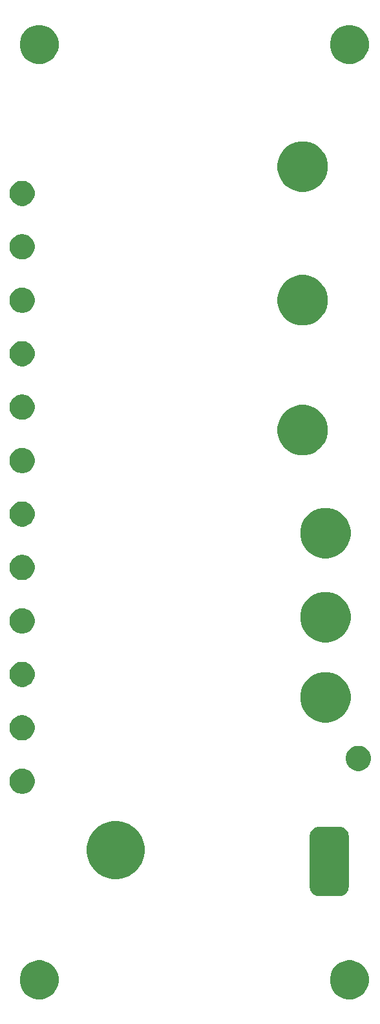
<source format=gbr>
G04 #@! TF.GenerationSoftware,KiCad,Pcbnew,(5.1.2)-1*
G04 #@! TF.CreationDate,2019-05-24T12:58:06-07:00*
G04 #@! TF.ProjectId,panel,70616e65-6c2e-46b6-9963-61645f706362,rev?*
G04 #@! TF.SameCoordinates,Original*
G04 #@! TF.FileFunction,Soldermask,Bot*
G04 #@! TF.FilePolarity,Negative*
%FSLAX46Y46*%
G04 Gerber Fmt 4.6, Leading zero omitted, Abs format (unit mm)*
G04 Created by KiCad (PCBNEW (5.1.2)-1) date 2019-05-24 12:58:06*
%MOMM*%
%LPD*%
G04 APERTURE LIST*
%ADD10C,0.100000*%
G04 APERTURE END LIST*
D10*
G36*
X108884098Y-183047033D02*
G01*
X109348350Y-183239332D01*
X109348352Y-183239333D01*
X109766168Y-183518509D01*
X110121491Y-183873832D01*
X110400667Y-184291648D01*
X110400668Y-184291650D01*
X110592967Y-184755902D01*
X110691000Y-185248747D01*
X110691000Y-185751253D01*
X110592967Y-186244098D01*
X110400668Y-186708350D01*
X110400667Y-186708352D01*
X110121491Y-187126168D01*
X109766168Y-187481491D01*
X109348352Y-187760667D01*
X109348351Y-187760668D01*
X109348350Y-187760668D01*
X108884098Y-187952967D01*
X108391253Y-188051000D01*
X107888747Y-188051000D01*
X107395902Y-187952967D01*
X106931650Y-187760668D01*
X106931649Y-187760668D01*
X106931648Y-187760667D01*
X106513832Y-187481491D01*
X106158509Y-187126168D01*
X105879333Y-186708352D01*
X105879332Y-186708350D01*
X105687033Y-186244098D01*
X105589000Y-185751253D01*
X105589000Y-185248747D01*
X105687033Y-184755902D01*
X105879332Y-184291650D01*
X105879333Y-184291648D01*
X106158509Y-183873832D01*
X106513832Y-183518509D01*
X106931648Y-183239333D01*
X106931650Y-183239332D01*
X107395902Y-183047033D01*
X107888747Y-182949000D01*
X108391253Y-182949000D01*
X108884098Y-183047033D01*
X108884098Y-183047033D01*
G37*
G36*
X68244098Y-183047033D02*
G01*
X68708350Y-183239332D01*
X68708352Y-183239333D01*
X69126168Y-183518509D01*
X69481491Y-183873832D01*
X69760667Y-184291648D01*
X69760668Y-184291650D01*
X69952967Y-184755902D01*
X70051000Y-185248747D01*
X70051000Y-185751253D01*
X69952967Y-186244098D01*
X69760668Y-186708350D01*
X69760667Y-186708352D01*
X69481491Y-187126168D01*
X69126168Y-187481491D01*
X68708352Y-187760667D01*
X68708351Y-187760668D01*
X68708350Y-187760668D01*
X68244098Y-187952967D01*
X67751253Y-188051000D01*
X67248747Y-188051000D01*
X66755902Y-187952967D01*
X66291650Y-187760668D01*
X66291649Y-187760668D01*
X66291648Y-187760667D01*
X65873832Y-187481491D01*
X65518509Y-187126168D01*
X65239333Y-186708352D01*
X65239332Y-186708350D01*
X65047033Y-186244098D01*
X64949000Y-185751253D01*
X64949000Y-185248747D01*
X65047033Y-184755902D01*
X65239332Y-184291650D01*
X65239333Y-184291648D01*
X65518509Y-183873832D01*
X65873832Y-183518509D01*
X66291648Y-183239333D01*
X66291650Y-183239332D01*
X66755902Y-183047033D01*
X67248747Y-182949000D01*
X67751253Y-182949000D01*
X68244098Y-183047033D01*
X68244098Y-183047033D01*
G37*
G36*
X107074525Y-165472900D02*
G01*
X107301966Y-165541894D01*
X107511570Y-165653929D01*
X107695293Y-165804707D01*
X107846071Y-165988430D01*
X107958106Y-166198034D01*
X108027100Y-166425475D01*
X108051000Y-166668140D01*
X108051000Y-173331860D01*
X108027100Y-173574525D01*
X107958106Y-173801966D01*
X107846071Y-174011570D01*
X107695293Y-174195293D01*
X107511570Y-174346071D01*
X107301966Y-174458106D01*
X107074525Y-174527100D01*
X106831860Y-174551000D01*
X104168140Y-174551000D01*
X103925475Y-174527100D01*
X103698034Y-174458106D01*
X103488430Y-174346071D01*
X103304707Y-174195293D01*
X103153929Y-174011570D01*
X103041894Y-173801966D01*
X102972900Y-173574525D01*
X102949000Y-173331860D01*
X102949000Y-166668140D01*
X102972900Y-166425475D01*
X103041894Y-166198034D01*
X103153929Y-165988430D01*
X103304707Y-165804707D01*
X103488430Y-165653929D01*
X103698034Y-165541894D01*
X103925475Y-165472900D01*
X104168140Y-165449000D01*
X106831860Y-165449000D01*
X107074525Y-165472900D01*
X107074525Y-165472900D01*
G37*
G36*
X78608710Y-164845070D02*
G01*
X79300447Y-165131597D01*
X79300448Y-165131598D01*
X79922996Y-165547571D01*
X80452429Y-166077004D01*
X80558925Y-166236387D01*
X80868403Y-166699553D01*
X81154930Y-167391290D01*
X81301000Y-168125633D01*
X81301000Y-168874367D01*
X81154930Y-169608710D01*
X80868403Y-170300447D01*
X80868402Y-170300448D01*
X80452429Y-170922996D01*
X79922996Y-171452429D01*
X79507022Y-171730374D01*
X79300447Y-171868403D01*
X78608710Y-172154930D01*
X77874367Y-172301000D01*
X77125633Y-172301000D01*
X76391290Y-172154930D01*
X75699553Y-171868403D01*
X75492978Y-171730374D01*
X75077004Y-171452429D01*
X74547571Y-170922996D01*
X74131598Y-170300448D01*
X74131597Y-170300447D01*
X73845070Y-169608710D01*
X73699000Y-168874367D01*
X73699000Y-168125633D01*
X73845070Y-167391290D01*
X74131597Y-166699553D01*
X74441075Y-166236387D01*
X74547571Y-166077004D01*
X75077004Y-165547571D01*
X75699552Y-165131598D01*
X75699553Y-165131597D01*
X76391290Y-164845070D01*
X77125633Y-164699000D01*
X77874367Y-164699000D01*
X78608710Y-164845070D01*
X78608710Y-164845070D01*
G37*
G36*
X65625256Y-157891298D02*
G01*
X65731579Y-157912447D01*
X66032042Y-158036903D01*
X66302451Y-158217585D01*
X66532415Y-158447549D01*
X66713097Y-158717958D01*
X66837553Y-159018421D01*
X66901000Y-159337391D01*
X66901000Y-159662609D01*
X66837553Y-159981579D01*
X66713097Y-160282042D01*
X66532415Y-160552451D01*
X66302451Y-160782415D01*
X66032042Y-160963097D01*
X65731579Y-161087553D01*
X65625256Y-161108702D01*
X65412611Y-161151000D01*
X65087389Y-161151000D01*
X64874744Y-161108702D01*
X64768421Y-161087553D01*
X64467958Y-160963097D01*
X64197549Y-160782415D01*
X63967585Y-160552451D01*
X63786903Y-160282042D01*
X63662447Y-159981579D01*
X63599000Y-159662609D01*
X63599000Y-159337391D01*
X63662447Y-159018421D01*
X63786903Y-158717958D01*
X63967585Y-158447549D01*
X64197549Y-158217585D01*
X64467958Y-158036903D01*
X64768421Y-157912447D01*
X64874744Y-157891298D01*
X65087389Y-157849000D01*
X65412611Y-157849000D01*
X65625256Y-157891298D01*
X65625256Y-157891298D01*
G37*
G36*
X109675256Y-154891298D02*
G01*
X109781579Y-154912447D01*
X110082042Y-155036903D01*
X110352451Y-155217585D01*
X110582415Y-155447549D01*
X110763097Y-155717958D01*
X110887553Y-156018421D01*
X110951000Y-156337391D01*
X110951000Y-156662609D01*
X110887553Y-156981579D01*
X110763097Y-157282042D01*
X110582415Y-157552451D01*
X110352451Y-157782415D01*
X110082042Y-157963097D01*
X109781579Y-158087553D01*
X109675256Y-158108702D01*
X109462611Y-158151000D01*
X109137389Y-158151000D01*
X108924744Y-158108702D01*
X108818421Y-158087553D01*
X108517958Y-157963097D01*
X108247549Y-157782415D01*
X108017585Y-157552451D01*
X107836903Y-157282042D01*
X107712447Y-156981579D01*
X107649000Y-156662609D01*
X107649000Y-156337391D01*
X107712447Y-156018421D01*
X107836903Y-155717958D01*
X108017585Y-155447549D01*
X108247549Y-155217585D01*
X108517958Y-155036903D01*
X108818421Y-154912447D01*
X108924744Y-154891298D01*
X109137389Y-154849000D01*
X109462611Y-154849000D01*
X109675256Y-154891298D01*
X109675256Y-154891298D01*
G37*
G36*
X65625256Y-150891298D02*
G01*
X65731579Y-150912447D01*
X66032042Y-151036903D01*
X66302451Y-151217585D01*
X66532415Y-151447549D01*
X66713097Y-151717958D01*
X66837553Y-152018421D01*
X66901000Y-152337391D01*
X66901000Y-152662609D01*
X66837553Y-152981579D01*
X66713097Y-153282042D01*
X66532415Y-153552451D01*
X66302451Y-153782415D01*
X66032042Y-153963097D01*
X65731579Y-154087553D01*
X65625256Y-154108702D01*
X65412611Y-154151000D01*
X65087389Y-154151000D01*
X64874744Y-154108702D01*
X64768421Y-154087553D01*
X64467958Y-153963097D01*
X64197549Y-153782415D01*
X63967585Y-153552451D01*
X63786903Y-153282042D01*
X63662447Y-152981579D01*
X63599000Y-152662609D01*
X63599000Y-152337391D01*
X63662447Y-152018421D01*
X63786903Y-151717958D01*
X63967585Y-151447549D01*
X64197549Y-151217585D01*
X64467958Y-151036903D01*
X64768421Y-150912447D01*
X64874744Y-150891298D01*
X65087389Y-150849000D01*
X65412611Y-150849000D01*
X65625256Y-150891298D01*
X65625256Y-150891298D01*
G37*
G36*
X105962865Y-145325855D02*
G01*
X106563608Y-145574691D01*
X106563610Y-145574692D01*
X107104265Y-145935946D01*
X107564054Y-146395735D01*
X107925308Y-146936390D01*
X107925309Y-146936392D01*
X108174145Y-147537135D01*
X108301000Y-148174879D01*
X108301000Y-148825121D01*
X108174145Y-149462865D01*
X107925309Y-150063608D01*
X107925308Y-150063610D01*
X107564054Y-150604265D01*
X107104265Y-151064054D01*
X106563610Y-151425308D01*
X106563609Y-151425309D01*
X106563608Y-151425309D01*
X105962865Y-151674145D01*
X105325121Y-151801000D01*
X104674879Y-151801000D01*
X104037135Y-151674145D01*
X103436392Y-151425309D01*
X103436391Y-151425309D01*
X103436390Y-151425308D01*
X102895735Y-151064054D01*
X102435946Y-150604265D01*
X102074692Y-150063610D01*
X102074691Y-150063608D01*
X101825855Y-149462865D01*
X101699000Y-148825121D01*
X101699000Y-148174879D01*
X101825855Y-147537135D01*
X102074691Y-146936392D01*
X102074692Y-146936390D01*
X102435946Y-146395735D01*
X102895735Y-145935946D01*
X103436390Y-145574692D01*
X103436392Y-145574691D01*
X104037135Y-145325855D01*
X104674879Y-145199000D01*
X105325121Y-145199000D01*
X105962865Y-145325855D01*
X105962865Y-145325855D01*
G37*
G36*
X65625256Y-143891298D02*
G01*
X65731579Y-143912447D01*
X66032042Y-144036903D01*
X66302451Y-144217585D01*
X66532415Y-144447549D01*
X66532416Y-144447551D01*
X66713098Y-144717960D01*
X66837553Y-145018422D01*
X66898706Y-145325855D01*
X66901000Y-145337391D01*
X66901000Y-145662609D01*
X66837553Y-145981579D01*
X66713097Y-146282042D01*
X66532415Y-146552451D01*
X66302451Y-146782415D01*
X66032042Y-146963097D01*
X65731579Y-147087553D01*
X65625256Y-147108702D01*
X65412611Y-147151000D01*
X65087389Y-147151000D01*
X64874744Y-147108702D01*
X64768421Y-147087553D01*
X64467958Y-146963097D01*
X64197549Y-146782415D01*
X63967585Y-146552451D01*
X63786903Y-146282042D01*
X63662447Y-145981579D01*
X63599000Y-145662609D01*
X63599000Y-145337391D01*
X63601295Y-145325855D01*
X63662447Y-145018422D01*
X63786902Y-144717960D01*
X63967584Y-144447551D01*
X63967585Y-144447549D01*
X64197549Y-144217585D01*
X64467958Y-144036903D01*
X64768421Y-143912447D01*
X64874744Y-143891298D01*
X65087389Y-143849000D01*
X65412611Y-143849000D01*
X65625256Y-143891298D01*
X65625256Y-143891298D01*
G37*
G36*
X105962865Y-134825855D02*
G01*
X106563608Y-135074691D01*
X106563610Y-135074692D01*
X107104265Y-135435946D01*
X107564054Y-135895735D01*
X107925308Y-136436390D01*
X107925309Y-136436392D01*
X108174145Y-137037135D01*
X108301000Y-137674879D01*
X108301000Y-138325121D01*
X108174145Y-138962865D01*
X107929931Y-139552449D01*
X107925308Y-139563610D01*
X107564054Y-140104265D01*
X107104265Y-140564054D01*
X106563610Y-140925308D01*
X106563609Y-140925309D01*
X106563608Y-140925309D01*
X105962865Y-141174145D01*
X105325121Y-141301000D01*
X104674879Y-141301000D01*
X104037135Y-141174145D01*
X103436392Y-140925309D01*
X103436391Y-140925309D01*
X103436390Y-140925308D01*
X102895735Y-140564054D01*
X102435946Y-140104265D01*
X102074692Y-139563610D01*
X102070069Y-139552449D01*
X101825855Y-138962865D01*
X101699000Y-138325121D01*
X101699000Y-137674879D01*
X101825855Y-137037135D01*
X102074691Y-136436392D01*
X102074692Y-136436390D01*
X102435946Y-135895735D01*
X102895735Y-135435946D01*
X103436390Y-135074692D01*
X103436392Y-135074691D01*
X104037135Y-134825855D01*
X104674879Y-134699000D01*
X105325121Y-134699000D01*
X105962865Y-134825855D01*
X105962865Y-134825855D01*
G37*
G36*
X65625256Y-136891298D02*
G01*
X65731579Y-136912447D01*
X66032042Y-137036903D01*
X66302451Y-137217585D01*
X66532415Y-137447549D01*
X66532416Y-137447551D01*
X66713098Y-137717960D01*
X66837553Y-138018422D01*
X66898560Y-138325121D01*
X66901000Y-138337391D01*
X66901000Y-138662609D01*
X66837553Y-138981579D01*
X66713097Y-139282042D01*
X66532415Y-139552451D01*
X66302451Y-139782415D01*
X66032042Y-139963097D01*
X65731579Y-140087553D01*
X65647567Y-140104264D01*
X65412611Y-140151000D01*
X65087389Y-140151000D01*
X64852433Y-140104264D01*
X64768421Y-140087553D01*
X64467958Y-139963097D01*
X64197549Y-139782415D01*
X63967585Y-139552451D01*
X63786903Y-139282042D01*
X63662447Y-138981579D01*
X63599000Y-138662609D01*
X63599000Y-138337391D01*
X63601441Y-138325121D01*
X63662447Y-138018422D01*
X63786902Y-137717960D01*
X63967584Y-137447551D01*
X63967585Y-137447549D01*
X64197549Y-137217585D01*
X64467958Y-137036903D01*
X64768421Y-136912447D01*
X64874744Y-136891298D01*
X65087389Y-136849000D01*
X65412611Y-136849000D01*
X65625256Y-136891298D01*
X65625256Y-136891298D01*
G37*
G36*
X65625256Y-129891298D02*
G01*
X65731579Y-129912447D01*
X66032042Y-130036903D01*
X66302451Y-130217585D01*
X66532415Y-130447549D01*
X66713097Y-130717958D01*
X66837553Y-131018421D01*
X66901000Y-131337391D01*
X66901000Y-131662609D01*
X66837553Y-131981579D01*
X66713097Y-132282042D01*
X66532415Y-132552451D01*
X66302451Y-132782415D01*
X66032042Y-132963097D01*
X65731579Y-133087553D01*
X65625256Y-133108702D01*
X65412611Y-133151000D01*
X65087389Y-133151000D01*
X64874744Y-133108702D01*
X64768421Y-133087553D01*
X64467958Y-132963097D01*
X64197549Y-132782415D01*
X63967585Y-132552451D01*
X63786903Y-132282042D01*
X63662447Y-131981579D01*
X63599000Y-131662609D01*
X63599000Y-131337391D01*
X63662447Y-131018421D01*
X63786903Y-130717958D01*
X63967585Y-130447549D01*
X64197549Y-130217585D01*
X64467958Y-130036903D01*
X64768421Y-129912447D01*
X64874744Y-129891298D01*
X65087389Y-129849000D01*
X65412611Y-129849000D01*
X65625256Y-129891298D01*
X65625256Y-129891298D01*
G37*
G36*
X105962865Y-123825855D02*
G01*
X106563608Y-124074691D01*
X106563610Y-124074692D01*
X107104265Y-124435946D01*
X107564054Y-124895735D01*
X107822176Y-125282042D01*
X107925309Y-125436392D01*
X108174145Y-126037135D01*
X108301000Y-126674879D01*
X108301000Y-127325121D01*
X108174145Y-127962865D01*
X107925309Y-128563608D01*
X107925308Y-128563610D01*
X107564054Y-129104265D01*
X107104265Y-129564054D01*
X106563610Y-129925308D01*
X106563609Y-129925309D01*
X106563608Y-129925309D01*
X105962865Y-130174145D01*
X105325121Y-130301000D01*
X104674879Y-130301000D01*
X104037135Y-130174145D01*
X103436392Y-129925309D01*
X103436391Y-129925309D01*
X103436390Y-129925308D01*
X102895735Y-129564054D01*
X102435946Y-129104265D01*
X102074692Y-128563610D01*
X102074691Y-128563608D01*
X101825855Y-127962865D01*
X101699000Y-127325121D01*
X101699000Y-126674879D01*
X101825855Y-126037135D01*
X102074691Y-125436392D01*
X102177824Y-125282042D01*
X102435946Y-124895735D01*
X102895735Y-124435946D01*
X103436390Y-124074692D01*
X103436392Y-124074691D01*
X104037135Y-123825855D01*
X104674879Y-123699000D01*
X105325121Y-123699000D01*
X105962865Y-123825855D01*
X105962865Y-123825855D01*
G37*
G36*
X65625256Y-122891298D02*
G01*
X65731579Y-122912447D01*
X66032042Y-123036903D01*
X66302451Y-123217585D01*
X66532415Y-123447549D01*
X66713097Y-123717958D01*
X66837553Y-124018421D01*
X66901000Y-124337391D01*
X66901000Y-124662609D01*
X66837553Y-124981579D01*
X66713097Y-125282042D01*
X66532415Y-125552451D01*
X66302451Y-125782415D01*
X66032042Y-125963097D01*
X65731579Y-126087553D01*
X65625256Y-126108702D01*
X65412611Y-126151000D01*
X65087389Y-126151000D01*
X64874744Y-126108702D01*
X64768421Y-126087553D01*
X64467958Y-125963097D01*
X64197549Y-125782415D01*
X63967585Y-125552451D01*
X63786903Y-125282042D01*
X63662447Y-124981579D01*
X63599000Y-124662609D01*
X63599000Y-124337391D01*
X63662447Y-124018421D01*
X63786903Y-123717958D01*
X63967585Y-123447549D01*
X64197549Y-123217585D01*
X64467958Y-123036903D01*
X64768421Y-122912447D01*
X64874744Y-122891298D01*
X65087389Y-122849000D01*
X65412611Y-122849000D01*
X65625256Y-122891298D01*
X65625256Y-122891298D01*
G37*
G36*
X65625256Y-115891298D02*
G01*
X65731579Y-115912447D01*
X66032042Y-116036903D01*
X66302451Y-116217585D01*
X66532415Y-116447549D01*
X66713097Y-116717958D01*
X66837553Y-117018421D01*
X66901000Y-117337391D01*
X66901000Y-117662609D01*
X66837553Y-117981579D01*
X66713097Y-118282042D01*
X66532415Y-118552451D01*
X66302451Y-118782415D01*
X66032042Y-118963097D01*
X65731579Y-119087553D01*
X65625256Y-119108702D01*
X65412611Y-119151000D01*
X65087389Y-119151000D01*
X64874744Y-119108702D01*
X64768421Y-119087553D01*
X64467958Y-118963097D01*
X64197549Y-118782415D01*
X63967585Y-118552451D01*
X63786903Y-118282042D01*
X63662447Y-117981579D01*
X63599000Y-117662609D01*
X63599000Y-117337391D01*
X63662447Y-117018421D01*
X63786903Y-116717958D01*
X63967585Y-116447549D01*
X64197549Y-116217585D01*
X64467958Y-116036903D01*
X64768421Y-115912447D01*
X64874744Y-115891298D01*
X65087389Y-115849000D01*
X65412611Y-115849000D01*
X65625256Y-115891298D01*
X65625256Y-115891298D01*
G37*
G36*
X102962865Y-110325855D02*
G01*
X103563608Y-110574691D01*
X103563610Y-110574692D01*
X104104265Y-110935946D01*
X104564054Y-111395735D01*
X104925308Y-111936390D01*
X104925309Y-111936392D01*
X105174145Y-112537135D01*
X105301000Y-113174879D01*
X105301000Y-113825121D01*
X105174145Y-114462865D01*
X104925309Y-115063608D01*
X104925308Y-115063610D01*
X104564054Y-115604265D01*
X104104265Y-116064054D01*
X103563610Y-116425308D01*
X103563609Y-116425309D01*
X103563608Y-116425309D01*
X102962865Y-116674145D01*
X102325121Y-116801000D01*
X101674879Y-116801000D01*
X101037135Y-116674145D01*
X100436392Y-116425309D01*
X100436391Y-116425309D01*
X100436390Y-116425308D01*
X99895735Y-116064054D01*
X99435946Y-115604265D01*
X99074692Y-115063610D01*
X99074691Y-115063608D01*
X98825855Y-114462865D01*
X98699000Y-113825121D01*
X98699000Y-113174879D01*
X98825855Y-112537135D01*
X99074691Y-111936392D01*
X99074692Y-111936390D01*
X99435946Y-111395735D01*
X99895735Y-110935946D01*
X100436390Y-110574692D01*
X100436392Y-110574691D01*
X101037135Y-110325855D01*
X101674879Y-110199000D01*
X102325121Y-110199000D01*
X102962865Y-110325855D01*
X102962865Y-110325855D01*
G37*
G36*
X65625256Y-108891298D02*
G01*
X65731579Y-108912447D01*
X66032042Y-109036903D01*
X66302451Y-109217585D01*
X66532415Y-109447549D01*
X66532416Y-109447551D01*
X66713098Y-109717960D01*
X66837553Y-110018422D01*
X66898706Y-110325855D01*
X66901000Y-110337391D01*
X66901000Y-110662609D01*
X66837553Y-110981579D01*
X66713097Y-111282042D01*
X66532415Y-111552451D01*
X66302451Y-111782415D01*
X66032042Y-111963097D01*
X65731579Y-112087553D01*
X65625256Y-112108702D01*
X65412611Y-112151000D01*
X65087389Y-112151000D01*
X64874744Y-112108702D01*
X64768421Y-112087553D01*
X64467958Y-111963097D01*
X64197549Y-111782415D01*
X63967585Y-111552451D01*
X63786903Y-111282042D01*
X63662447Y-110981579D01*
X63599000Y-110662609D01*
X63599000Y-110337391D01*
X63601295Y-110325855D01*
X63662447Y-110018422D01*
X63786902Y-109717960D01*
X63967584Y-109447551D01*
X63967585Y-109447549D01*
X64197549Y-109217585D01*
X64467958Y-109036903D01*
X64768421Y-108912447D01*
X64874744Y-108891298D01*
X65087389Y-108849000D01*
X65412611Y-108849000D01*
X65625256Y-108891298D01*
X65625256Y-108891298D01*
G37*
G36*
X65625256Y-101891298D02*
G01*
X65731579Y-101912447D01*
X66032042Y-102036903D01*
X66302451Y-102217585D01*
X66532415Y-102447549D01*
X66713097Y-102717958D01*
X66837553Y-103018421D01*
X66901000Y-103337391D01*
X66901000Y-103662609D01*
X66837553Y-103981579D01*
X66713097Y-104282042D01*
X66532415Y-104552451D01*
X66302451Y-104782415D01*
X66032042Y-104963097D01*
X65731579Y-105087553D01*
X65625256Y-105108702D01*
X65412611Y-105151000D01*
X65087389Y-105151000D01*
X64874744Y-105108702D01*
X64768421Y-105087553D01*
X64467958Y-104963097D01*
X64197549Y-104782415D01*
X63967585Y-104552451D01*
X63786903Y-104282042D01*
X63662447Y-103981579D01*
X63599000Y-103662609D01*
X63599000Y-103337391D01*
X63662447Y-103018421D01*
X63786903Y-102717958D01*
X63967585Y-102447549D01*
X64197549Y-102217585D01*
X64467958Y-102036903D01*
X64768421Y-101912447D01*
X64874744Y-101891298D01*
X65087389Y-101849000D01*
X65412611Y-101849000D01*
X65625256Y-101891298D01*
X65625256Y-101891298D01*
G37*
G36*
X102962865Y-93325855D02*
G01*
X103563608Y-93574691D01*
X103563610Y-93574692D01*
X104104265Y-93935946D01*
X104564054Y-94395735D01*
X104925308Y-94936390D01*
X104925309Y-94936392D01*
X105174145Y-95537135D01*
X105301000Y-96174879D01*
X105301000Y-96825121D01*
X105174145Y-97462865D01*
X104925309Y-98063608D01*
X104925308Y-98063610D01*
X104564054Y-98604265D01*
X104104265Y-99064054D01*
X103563610Y-99425308D01*
X103563609Y-99425309D01*
X103563608Y-99425309D01*
X102962865Y-99674145D01*
X102325121Y-99801000D01*
X101674879Y-99801000D01*
X101037135Y-99674145D01*
X100436392Y-99425309D01*
X100436391Y-99425309D01*
X100436390Y-99425308D01*
X99895735Y-99064054D01*
X99435946Y-98604265D01*
X99074692Y-98063610D01*
X99074691Y-98063608D01*
X98825855Y-97462865D01*
X98699000Y-96825121D01*
X98699000Y-96174879D01*
X98825855Y-95537135D01*
X99074691Y-94936392D01*
X99074692Y-94936390D01*
X99435946Y-94395735D01*
X99895735Y-93935946D01*
X100436390Y-93574692D01*
X100436392Y-93574691D01*
X101037135Y-93325855D01*
X101674879Y-93199000D01*
X102325121Y-93199000D01*
X102962865Y-93325855D01*
X102962865Y-93325855D01*
G37*
G36*
X65625256Y-94891298D02*
G01*
X65731579Y-94912447D01*
X66032042Y-95036903D01*
X66302451Y-95217585D01*
X66532415Y-95447549D01*
X66713097Y-95717958D01*
X66837553Y-96018421D01*
X66901000Y-96337391D01*
X66901000Y-96662609D01*
X66837553Y-96981579D01*
X66713097Y-97282042D01*
X66532415Y-97552451D01*
X66302451Y-97782415D01*
X66032042Y-97963097D01*
X65731579Y-98087553D01*
X65625256Y-98108702D01*
X65412611Y-98151000D01*
X65087389Y-98151000D01*
X64874744Y-98108702D01*
X64768421Y-98087553D01*
X64467958Y-97963097D01*
X64197549Y-97782415D01*
X63967585Y-97552451D01*
X63786903Y-97282042D01*
X63662447Y-96981579D01*
X63599000Y-96662609D01*
X63599000Y-96337391D01*
X63662447Y-96018421D01*
X63786903Y-95717958D01*
X63967585Y-95447549D01*
X64197549Y-95217585D01*
X64467958Y-95036903D01*
X64768421Y-94912447D01*
X64874744Y-94891298D01*
X65087389Y-94849000D01*
X65412611Y-94849000D01*
X65625256Y-94891298D01*
X65625256Y-94891298D01*
G37*
G36*
X65625256Y-87891298D02*
G01*
X65731579Y-87912447D01*
X66032042Y-88036903D01*
X66302451Y-88217585D01*
X66532415Y-88447549D01*
X66713097Y-88717958D01*
X66837553Y-89018421D01*
X66901000Y-89337391D01*
X66901000Y-89662609D01*
X66837553Y-89981579D01*
X66713097Y-90282042D01*
X66532415Y-90552451D01*
X66302451Y-90782415D01*
X66032042Y-90963097D01*
X65731579Y-91087553D01*
X65625256Y-91108702D01*
X65412611Y-91151000D01*
X65087389Y-91151000D01*
X64874744Y-91108702D01*
X64768421Y-91087553D01*
X64467958Y-90963097D01*
X64197549Y-90782415D01*
X63967585Y-90552451D01*
X63786903Y-90282042D01*
X63662447Y-89981579D01*
X63599000Y-89662609D01*
X63599000Y-89337391D01*
X63662447Y-89018421D01*
X63786903Y-88717958D01*
X63967585Y-88447549D01*
X64197549Y-88217585D01*
X64467958Y-88036903D01*
X64768421Y-87912447D01*
X64874744Y-87891298D01*
X65087389Y-87849000D01*
X65412611Y-87849000D01*
X65625256Y-87891298D01*
X65625256Y-87891298D01*
G37*
G36*
X65625256Y-80891298D02*
G01*
X65731579Y-80912447D01*
X66032042Y-81036903D01*
X66302451Y-81217585D01*
X66532415Y-81447549D01*
X66713097Y-81717958D01*
X66798985Y-81925309D01*
X66837553Y-82018422D01*
X66893762Y-82301000D01*
X66901000Y-82337391D01*
X66901000Y-82662609D01*
X66837553Y-82981579D01*
X66713097Y-83282042D01*
X66532415Y-83552451D01*
X66302451Y-83782415D01*
X66032042Y-83963097D01*
X65731579Y-84087553D01*
X65625256Y-84108702D01*
X65412611Y-84151000D01*
X65087389Y-84151000D01*
X64874744Y-84108702D01*
X64768421Y-84087553D01*
X64467958Y-83963097D01*
X64197549Y-83782415D01*
X63967585Y-83552451D01*
X63786903Y-83282042D01*
X63662447Y-82981579D01*
X63599000Y-82662609D01*
X63599000Y-82337391D01*
X63606239Y-82301000D01*
X63662447Y-82018422D01*
X63701016Y-81925309D01*
X63786903Y-81717958D01*
X63967585Y-81447549D01*
X64197549Y-81217585D01*
X64467958Y-81036903D01*
X64768421Y-80912447D01*
X64874744Y-80891298D01*
X65087389Y-80849000D01*
X65412611Y-80849000D01*
X65625256Y-80891298D01*
X65625256Y-80891298D01*
G37*
G36*
X102962865Y-75825855D02*
G01*
X103563608Y-76074691D01*
X103563610Y-76074692D01*
X104104265Y-76435946D01*
X104564054Y-76895735D01*
X104925308Y-77436390D01*
X104925309Y-77436392D01*
X105174145Y-78037135D01*
X105301000Y-78674879D01*
X105301000Y-79325121D01*
X105174145Y-79962865D01*
X104925309Y-80563608D01*
X104925308Y-80563610D01*
X104564054Y-81104265D01*
X104104265Y-81564054D01*
X103563610Y-81925308D01*
X103563609Y-81925309D01*
X103563608Y-81925309D01*
X102962865Y-82174145D01*
X102325121Y-82301000D01*
X101674879Y-82301000D01*
X101037135Y-82174145D01*
X100436392Y-81925309D01*
X100436391Y-81925309D01*
X100436390Y-81925308D01*
X99895735Y-81564054D01*
X99435946Y-81104265D01*
X99074692Y-80563610D01*
X99074691Y-80563608D01*
X98825855Y-79962865D01*
X98699000Y-79325121D01*
X98699000Y-78674879D01*
X98825855Y-78037135D01*
X99074691Y-77436392D01*
X99074692Y-77436390D01*
X99435946Y-76895735D01*
X99895735Y-76435946D01*
X100436390Y-76074692D01*
X100436392Y-76074691D01*
X101037135Y-75825855D01*
X101674879Y-75699000D01*
X102325121Y-75699000D01*
X102962865Y-75825855D01*
X102962865Y-75825855D01*
G37*
G36*
X68244098Y-60547033D02*
G01*
X68708350Y-60739332D01*
X68708352Y-60739333D01*
X69126168Y-61018509D01*
X69481491Y-61373832D01*
X69760667Y-61791648D01*
X69760668Y-61791650D01*
X69952967Y-62255902D01*
X70051000Y-62748747D01*
X70051000Y-63251253D01*
X69952967Y-63744098D01*
X69760668Y-64208350D01*
X69760667Y-64208352D01*
X69481491Y-64626168D01*
X69126168Y-64981491D01*
X68708352Y-65260667D01*
X68708351Y-65260668D01*
X68708350Y-65260668D01*
X68244098Y-65452967D01*
X67751253Y-65551000D01*
X67248747Y-65551000D01*
X66755902Y-65452967D01*
X66291650Y-65260668D01*
X66291649Y-65260668D01*
X66291648Y-65260667D01*
X65873832Y-64981491D01*
X65518509Y-64626168D01*
X65239333Y-64208352D01*
X65239332Y-64208350D01*
X65047033Y-63744098D01*
X64949000Y-63251253D01*
X64949000Y-62748747D01*
X65047033Y-62255902D01*
X65239332Y-61791650D01*
X65239333Y-61791648D01*
X65518509Y-61373832D01*
X65873832Y-61018509D01*
X66291648Y-60739333D01*
X66291650Y-60739332D01*
X66755902Y-60547033D01*
X67248747Y-60449000D01*
X67751253Y-60449000D01*
X68244098Y-60547033D01*
X68244098Y-60547033D01*
G37*
G36*
X108884098Y-60547033D02*
G01*
X109348350Y-60739332D01*
X109348352Y-60739333D01*
X109766168Y-61018509D01*
X110121491Y-61373832D01*
X110400667Y-61791648D01*
X110400668Y-61791650D01*
X110592967Y-62255902D01*
X110691000Y-62748747D01*
X110691000Y-63251253D01*
X110592967Y-63744098D01*
X110400668Y-64208350D01*
X110400667Y-64208352D01*
X110121491Y-64626168D01*
X109766168Y-64981491D01*
X109348352Y-65260667D01*
X109348351Y-65260668D01*
X109348350Y-65260668D01*
X108884098Y-65452967D01*
X108391253Y-65551000D01*
X107888747Y-65551000D01*
X107395902Y-65452967D01*
X106931650Y-65260668D01*
X106931649Y-65260668D01*
X106931648Y-65260667D01*
X106513832Y-64981491D01*
X106158509Y-64626168D01*
X105879333Y-64208352D01*
X105879332Y-64208350D01*
X105687033Y-63744098D01*
X105589000Y-63251253D01*
X105589000Y-62748747D01*
X105687033Y-62255902D01*
X105879332Y-61791650D01*
X105879333Y-61791648D01*
X106158509Y-61373832D01*
X106513832Y-61018509D01*
X106931648Y-60739333D01*
X106931650Y-60739332D01*
X107395902Y-60547033D01*
X107888747Y-60449000D01*
X108391253Y-60449000D01*
X108884098Y-60547033D01*
X108884098Y-60547033D01*
G37*
M02*

</source>
